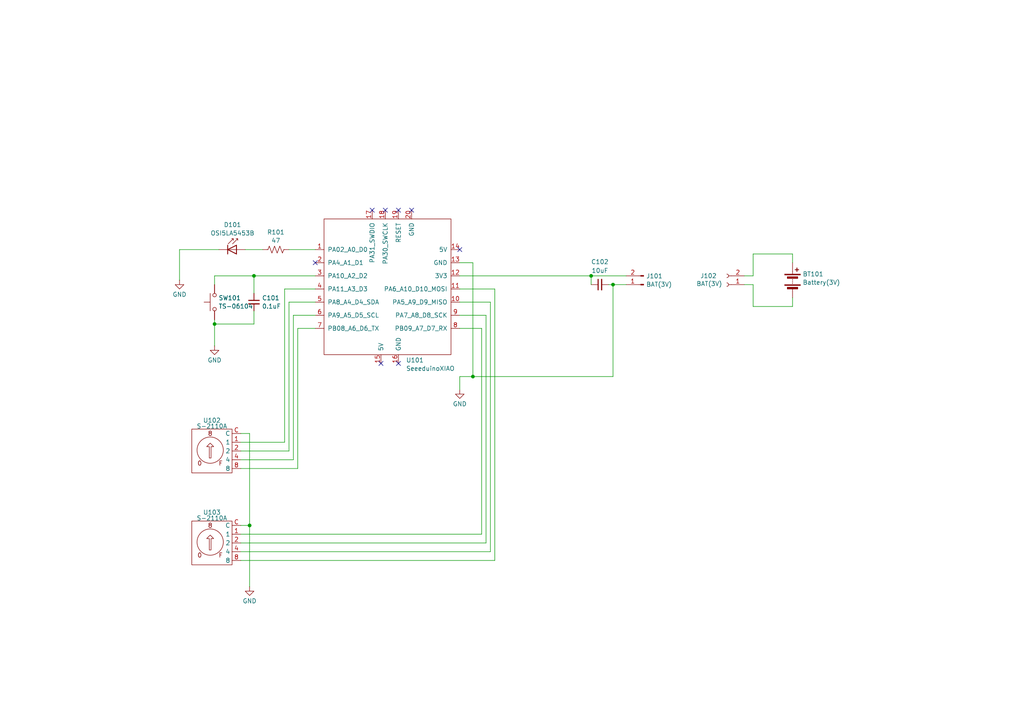
<source format=kicad_sch>
(kicad_sch (version 20231120) (generator "eeschema") (generator_version "8.0")
  (paper "A4")
  (title_block (title "IrBeacon Transmitter") (date "2024-11-14") (rev "1.10") (company "AMPSD") (comment 1 "R101を100から47Ωに変更"))
  (lib_symbols
    (symbol "Connector:Conn_01x02_Pin" (pin_names (offset 1.016) hide)
      (property "Reference" "J" (at 0 2.54 0))
      (property "Value" "Conn_01x02_Pin" (at 0 -5.08 0))
      (symbol "Conn_01x02_Pin_1_1"
        (polyline (pts (xy 1.27 -2.54) (xy 0.8636 -2.54)) (stroke (width 0.1524)))
        (polyline (pts (xy 1.27 0) (xy 0.8636 0)) (stroke (width 0.1524)))
        (rectangle (start 0.8636 -2.413) (end 0 -2.667) (stroke (width 0.1524)) (fill (type outline)))
        (rectangle (start 0.8636 0.127) (end 0 -0.127) (stroke (width 0.1524)) (fill (type outline)))
        (pin passive line (at 5.08 0 180) (length 3.81) (name "Pin_1") (number "1"))
        (pin passive line (at 5.08 -2.54 180) (length 3.81) (name "Pin_2") (number "2"))
      )
    )
    (symbol "Connector:Conn_01x02_Socket" (pin_names (offset 1.016) hide)
      (property "Reference" "J" (at 0 2.54 0))
      (property "Value" "Conn_01x02_Socket" (at 0 -5.08 0))
      (symbol "Conn_01x02_Socket_1_1"
        (arc (start 0 -2.032) (mid -0.5058 -2.54) (end 0 -3.048) (stroke (width 0.1524)))
        (polyline (pts (xy -1.27 -2.54) (xy -0.508 -2.54)) (stroke (width 0.1524)))
        (polyline (pts (xy -1.27 0) (xy -0.508 0)) (stroke (width 0.1524)))
        (arc (start 0 0.508) (mid -0.5058 0) (end 0 -0.508) (stroke (width 0.1524)))
        (pin passive line (at -5.08 0 0) (length 3.81) (name "Pin_1") (number "1"))
        (pin passive line (at -5.08 -2.54 0) (length 3.81) (name "Pin_2") (number "2"))
      )
    )
    (symbol "Device:Battery" (pin_numbers hide) (pin_names (offset 0) hide)
      (property "Reference" "BT" (at 2.54 2.54 0))
      (property "Value" "Battery" (at 2.54 0 0))
      (symbol "Battery_0_1"
        (rectangle (start -2.286 -1.27) (end 2.286 -1.524) (fill (type outline)))
        (rectangle (start -2.286 1.778) (end 2.286 1.524) (fill (type outline)))
        (rectangle (start -1.524 -2.032) (end 1.524 -2.54) (fill (type outline)))
        (rectangle (start -1.524 1.016) (end 1.524 0.508) (fill (type outline)))
        (polyline (pts (xy 0 -1.016) (xy 0 -0.762)))
        (polyline (pts (xy 0 -0.508) (xy 0 -0.254)))
        (polyline (pts (xy 0 0) (xy 0 0.254)))
        (polyline (pts (xy 0 1.778) (xy 0 2.54)))
        (polyline (pts (xy 0.762 3.048) (xy 1.778 3.048)) (stroke (width 0.254)))
        (polyline (pts (xy 1.27 3.556) (xy 1.27 2.54)) (stroke (width 0.254)))
      )
      (symbol "Battery_1_1"
        (pin passive line (at 0 5.08 270) (length 2.54) (name "+") (number "1"))
        (pin passive line (at 0 -5.08 90) (length 2.54) (name "-") (number "2"))
      )
    )
    (symbol "Device:C_Small" (pin_numbers hide) (pin_names (offset 0.254) hide)
      (property "Reference" "C" (at 0.254 1.778 0))
      (property "Value" "C_Small" (at 0.254 -2.032 0))
      (symbol "C_Small_0_1"
        (polyline (pts (xy -1.524 -0.508) (xy 1.524 -0.508)) (stroke (width 0.3302)))
        (polyline (pts (xy -1.524 0.508) (xy 1.524 0.508)) (stroke (width 0.3048)))
      )
      (symbol "C_Small_1_1"
        (pin passive line (at 0 2.54 270) (length 2.032) (name "~") (number "1"))
        (pin passive line (at 0 -2.54 90) (length 2.032) (name "~") (number "2"))
      )
    )
    (symbol "Device:R_US" (pin_numbers hide) (pin_names (offset 0))
      (property "Reference" "R" (at 2.54 0 90))
      (property "Value" "R_US" (at -2.54 0 90))
      (symbol "R_US_0_1"
        (polyline (pts (xy 0 -2.286) (xy 0 -2.54)))
        (polyline (pts (xy 0 2.286) (xy 0 2.54)))
        (polyline (pts (xy 0 -0.762) (xy 1.016 -1.143) (xy 0 -1.524) (xy -1.016 -1.905) (xy 0 -2.286)))
        (polyline (pts (xy 0 0.762) (xy 1.016 0.381) (xy 0 0) (xy -1.016 -0.381) (xy 0 -0.762)))
        (polyline (pts (xy 0 2.286) (xy 1.016 1.905) (xy 0 1.524) (xy -1.016 1.143) (xy 0 0.762)))
      )
      (symbol "R_US_1_1"
        (pin passive line (at 0 3.81 270) (length 1.27) (name "~") (number "1"))
        (pin passive line (at 0 -3.81 90) (length 1.27) (name "~") (number "2"))
      )
    )
    (symbol "LED:LD271" (pin_numbers hide) (pin_names (offset 1.016) hide)
      (property "Reference" "D" (at 0.508 1.778 0))
      (property "Value" "LD271" (at -1.016 -2.794 0))
      (symbol "LD271_0_1"
        (polyline (pts (xy -2.54 1.27) (xy -2.54 -1.27)) (stroke (width 0.254)))
        (polyline (pts (xy 0 0) (xy -2.54 0)))
        (polyline (pts (xy 0.381 3.175) (xy -0.127 3.175)))
        (polyline (pts (xy -1.143 1.651) (xy 0.381 3.175) (xy 0.381 2.667)))
        (polyline (pts (xy 0 -1.27) (xy -2.54 0) (xy 0 1.27) (xy 0 -1.27)) (stroke (width 0.254)))
        (polyline (pts (xy -2.413 1.651) (xy -0.889 3.175) (xy -0.889 2.667) (xy -0.889 3.175) (xy -1.397 3.175)))
      )
      (symbol "LD271_1_1"
        (pin passive line (at -5.08 0 0) (length 2.54) (name "K") (number "1"))
        (pin passive line (at 2.54 0 180) (length 2.54) (name "A") (number "2"))
      )
    )
    (symbol "Switch:SW_Push" (pin_numbers hide) (pin_names (offset 1.016) hide)
      (property "Reference" "SW" (at 1.27 2.54 0))
      (property "Value" "SW_Push" (at 0 -1.524 0))
      (symbol "SW_Push_0_1"
        (circle (center -2.032 0) (radius 0.508))
        (polyline (pts (xy 0 1.27) (xy 0 3.048)))
        (polyline (pts (xy 2.54 1.27) (xy -2.54 1.27)))
        (circle (center 2.032 0) (radius 0.508))
        (pin passive line (at -5.08 0 0) (length 2.54) (name "1") (number "1"))
        (pin passive line (at 5.08 0 180) (length 2.54) (name "2") (number "2"))
      )
    )
    (symbol "XIAO:SeeeduinoXIAO" (pin_names (offset 1.016))
      (property "Reference" "U" (at -19.05 22.86 0))
      (property "Value" "SeeeduinoXIAO" (at -12.7 21.59 0))
      (symbol "SeeeduinoXIAO_0_1"
        (rectangle (start -19.05 20.32) (end 17.78 -19.05))
      )
      (symbol "SeeeduinoXIAO_1_1"
        (pin unspecified line (at -21.59 11.43 0) (length 2.54) (name "PA02_A0_D0") (number "1"))
        (pin unspecified line (at 20.32 -3.81 180) (length 2.54) (name "PA5_A9_D9_MISO") (number "10"))
        (pin unspecified line (at 20.32 0 180) (length 2.54) (name "PA6_A10_D10_MOSI") (number "11"))
        (pin unspecified line (at 20.32 3.81 180) (length 2.54) (name "3V3") (number "12"))
        (pin unspecified line (at 20.32 7.62 180) (length 2.54) (name "GND") (number "13"))
        (pin unspecified line (at 20.32 11.43 180) (length 2.54) (name "5V") (number "14"))
        (pin input line (at -2.54 -21.59 90) (length 2.54) (name "5V") (number "15"))
        (pin input line (at 2.54 -21.59 90) (length 2.54) (name "GND") (number "16"))
        (pin input line (at -5.08 22.86 270) (length 2.54) (name "PA31_SWDIO") (number "17"))
        (pin input line (at -1.27 22.86 270) (length 2.54) (name "PA30_SWCLK") (number "18"))
        (pin input line (at 2.54 22.86 270) (length 2.54) (name "RESET") (number "19"))
        (pin unspecified line (at -21.59 7.62 0) (length 2.54) (name "PA4_A1_D1") (number "2"))
        (pin input line (at 6.35 22.86 270) (length 2.54) (name "GND") (number "20"))
        (pin unspecified line (at -21.59 3.81 0) (length 2.54) (name "PA10_A2_D2") (number "3"))
        (pin unspecified line (at -21.59 0 0) (length 2.54) (name "PA11_A3_D3") (number "4"))
        (pin unspecified line (at -21.59 -3.81 0) (length 2.54) (name "PA8_A4_D4_SDA") (number "5"))
        (pin unspecified line (at -21.59 -7.62 0) (length 2.54) (name "PA9_A5_D5_SCL") (number "6"))
        (pin unspecified line (at -21.59 -11.43 0) (length 2.54) (name "PB08_A6_D6_TX") (number "7"))
        (pin unspecified line (at 20.32 -11.43 180) (length 2.54) (name "PB09_A7_D7_RX") (number "8"))
        (pin unspecified line (at 20.32 -7.62 180) (length 2.54) (name "PA7_A8_D8_SCK") (number "9"))
      )
    )
    (symbol "holly:SW_CODED_0-F"
      (property "Reference" "U" (at 0 0 0))
      (symbol "SW_CODED_0-F_0_1"
        (rectangle (start -5.334 -1.27) (end 6.35 -13.97))
        (circle (center 0 -7.366) (radius 3.81))
      )
      (symbol "SW_CODED_0-F_1_1"
        (polyline (pts (xy 0 -5.334) (xy -1.016 -6.35) (xy -0.254 -6.35) (xy -0.254 -9.652) (xy 0.254 -9.652) (xy 0.254 -6.35) (xy 1.016 -6.35) (xy 0 -5.334)))
        (text "0" (at -3.048 -11.176 0) (effects (font (size 1.27 1.27))))
        (text "8" (at 0 -2.54 0) (effects (font (size 1.27 1.27))))
        (text "F" (at 3.048 -11.176 0) (effects (font (size 1.27 1.27))))
        (pin input line (at 8.89 -5.08 180) (length 2.54) (name "1") (number "1"))
        (pin input line (at 8.89 -7.62 180) (length 2.54) (name "2") (number "2"))
        (pin input line (at 8.89 -10.16 180) (length 2.54) (name "4") (number "4"))
        (pin input line (at 8.89 -12.7 180) (length 2.54) (name "8") (number "8"))
        (pin input line (at 8.89 -2.54 180) (length 2.54) (name "C") (number "C"))
      )
    )
    (symbol "power:GND" (power) (pin_numbers hide) (pin_names (offset 0) hide)
      (property "Value" "GND" (at 0 -3.81 0))
      (symbol "GND_0_1"
        (polyline (pts (xy 0 0) (xy 0 -1.27) (xy 1.27 -1.27) (xy 0 -2.54) (xy -1.27 -1.27) (xy 0 -1.27)))
      )
      (symbol "GND_1_1"
        (pin power_in line (at 0 0 270) (length 0) (name "~") (number "1"))
      )
    )
  )
  (junction (at 62.23 93.98))
  (junction (at 177.8 82.55))
  (junction (at 137.16 109.22))
  (junction (at 171.45 80.01))
  (junction (at 72.39 152.4))
  (junction (at 73.66 80.01))
  (no_connect (at 110.49 105.41))
  (no_connect (at 119.38 60.96))
  (no_connect (at 107.95 60.96))
  (no_connect (at 115.57 105.41))
  (no_connect (at 111.76 60.96))
  (no_connect (at 133.35 72.39))
  (no_connect (at 91.44 76.2))
  (no_connect (at 115.57 60.96))
  (wire (pts (xy 133.35 109.22) (xy 133.35 113.03)))
  (wire (pts (xy 83.82 87.63) (xy 83.82 130.81)))
  (wire (pts (xy 140.97 157.48) (xy 69.85 157.48)))
  (wire (pts (xy 91.44 83.82) (xy 82.55 83.82)))
  (wire (pts (xy 91.44 80.01) (xy 73.66 80.01)))
  (wire (pts (xy 52.07 72.39) (xy 52.07 81.28)))
  (wire (pts (xy 62.23 92.71) (xy 62.23 93.98)))
  (wire (pts (xy 139.7 154.94) (xy 69.85 154.94)))
  (wire (pts (xy 85.09 91.44) (xy 85.09 133.35)))
  (wire (pts (xy 73.66 90.17) (xy 73.66 93.98)))
  (wire (pts (xy 140.97 91.44) (xy 140.97 157.48)))
  (wire (pts (xy 137.16 109.22) (xy 133.35 109.22)))
  (wire (pts (xy 133.35 80.01) (xy 171.45 80.01)))
  (wire (pts (xy 171.45 80.01) (xy 171.45 82.55)))
  (wire (pts (xy 82.55 128.27) (xy 69.85 128.27)))
  (wire (pts (xy 82.55 83.82) (xy 82.55 128.27)))
  (wire (pts (xy 218.44 88.9) (xy 229.87 88.9)))
  (wire (pts (xy 137.16 76.2) (xy 137.16 109.22)))
  (wire (pts (xy 218.44 82.55) (xy 218.44 88.9)))
  (wire (pts (xy 143.51 83.82) (xy 143.51 162.56)))
  (wire (pts (xy 218.44 80.01) (xy 218.44 73.66)))
  (wire (pts (xy 83.82 130.81) (xy 69.85 130.81)))
  (wire (pts (xy 86.36 135.89) (xy 69.85 135.89)))
  (wire (pts (xy 86.36 95.25) (xy 86.36 135.89)))
  (wire (pts (xy 69.85 125.73) (xy 72.39 125.73)))
  (wire (pts (xy 85.09 133.35) (xy 69.85 133.35)))
  (wire (pts (xy 171.45 80.01) (xy 181.61 80.01)))
  (wire (pts (xy 137.16 109.22) (xy 177.8 109.22)))
  (wire (pts (xy 133.35 95.25) (xy 139.7 95.25)))
  (wire (pts (xy 91.44 87.63) (xy 83.82 87.63)))
  (wire (pts (xy 142.24 160.02) (xy 69.85 160.02)))
  (wire (pts (xy 133.35 87.63) (xy 142.24 87.63)))
  (wire (pts (xy 73.66 80.01) (xy 62.23 80.01)))
  (wire (pts (xy 229.87 73.66) (xy 229.87 76.2)))
  (wire (pts (xy 62.23 80.01) (xy 62.23 82.55)))
  (wire (pts (xy 133.35 76.2) (xy 137.16 76.2)))
  (wire (pts (xy 83.82 72.39) (xy 91.44 72.39)))
  (wire (pts (xy 177.8 109.22) (xy 177.8 82.55)))
  (wire (pts (xy 133.35 91.44) (xy 140.97 91.44)))
  (wire (pts (xy 133.35 83.82) (xy 143.51 83.82)))
  (wire (pts (xy 91.44 91.44) (xy 85.09 91.44)))
  (wire (pts (xy 218.44 73.66) (xy 229.87 73.66)))
  (wire (pts (xy 69.85 152.4) (xy 72.39 152.4)))
  (wire (pts (xy 215.9 82.55) (xy 218.44 82.55)))
  (wire (pts (xy 62.23 93.98) (xy 62.23 100.33)))
  (wire (pts (xy 72.39 152.4) (xy 72.39 170.18)))
  (wire (pts (xy 71.12 72.39) (xy 76.2 72.39)))
  (wire (pts (xy 142.24 87.63) (xy 142.24 160.02)))
  (wire (pts (xy 139.7 95.25) (xy 139.7 154.94)))
  (wire (pts (xy 215.9 80.01) (xy 218.44 80.01)))
  (wire (pts (xy 91.44 95.25) (xy 86.36 95.25)))
  (wire (pts (xy 63.5 72.39) (xy 52.07 72.39)))
  (wire (pts (xy 73.66 93.98) (xy 62.23 93.98)))
  (wire (pts (xy 73.66 80.01) (xy 73.66 85.09)))
  (wire (pts (xy 143.51 162.56) (xy 69.85 162.56)))
  (wire (pts (xy 176.53 82.55) (xy 177.8 82.55)))
  (wire (pts (xy 72.39 125.73) (xy 72.39 152.4)))
  (wire (pts (xy 177.8 82.55) (xy 181.61 82.55)))
  (wire (pts (xy 229.87 88.9) (xy 229.87 86.36)))
  (symbol (lib_id "Switch:SW_Push") (at 62.23 87.63 90) (unit 1)
    (property "Reference" "SW101" (at 63.373 86.4178 90) (effects (justify right)))
    (property "Value" "TS-06104" (at 63.373 88.8421 90) (effects (justify right)))
    (property "Footprint" "HOLLY2:TVDT18-050" (effects (hide yes)))
    (property "Datasheet" "https://akizukidenshi.com/goodsaffix/TS-06104.pdf" (effects (hide yes)))
    (property "Description" "Push button switch, generic, two pins" (effects (hide yes)))
  )
  (symbol (lib_id "Connector:Conn_01x02_Pin") (at 186.69 82.55 180) (unit 1)
    (property "Reference" "J101" (at 187.4012 80.0678 0) (effects (justify right)))
    (property "Value" "BAT(3V)" (at 187.4012 82.4921 0) (effects (justify right)))
    (property "Footprint" "Connector_JST:JST_XH_B2B-XH-A_1x02_P2.50mm_Vertical" (effects (hide yes)))
    (property "Description" "Generic connector, single row, 01x02, script generated" (effects (hide yes)))
  )
  (symbol (lib_id "Connector:Conn_01x02_Socket") (at 210.82 82.55 180) (unit 1) (on_board no)
    (property "Reference" "J102" (at 205.486 80.01 0))
    (property "Value" "BAT(3V)" (at 205.74 82.296 0))
    (property "Description" "Generic connector, single row, 01x02, script generated" (effects (hide yes)))
  )
  (symbol (lib_id "power:GND") (at 72.39 170.18 0) (unit 1)
    (property "Reference" "#PWR0104" (effects (hide yes)))
    (property "Value" "GND" (at 72.39 174.3131 0))
    (property "Description" "Power symbol creates a global label with name \"GND\" , ground" (effects (hide yes)))
  )
  (symbol (lib_id "power:GND") (at 52.07 81.28 0) (unit 1)
    (property "Reference" "#PWR0103" (effects (hide yes)))
    (property "Value" "GND" (at 52.07 85.4131 0))
    (property "Description" "Power symbol creates a global label with name \"GND\" , ground" (effects (hide yes)))
  )
  (symbol (lib_id "holly:SW_CODED_0-F") (at 60.96 123.19 0) (unit 1)
    (property "Reference" "U102" (at 61.468 121.9285 0))
    (property "Value" "S-2110A" (at 61.468 123.6099 0))
    (property "Footprint" "HOLLY2:S-2110A" (effects (hide yes)))
    (property "Datasheet" "https://akizukidenshi.com/goodsaffix/s1000a_2000a.pdf" (effects (hide yes)))
    (property "Description" "ROTARY CODED SWITCH" (effects (hide yes)))
  )
  (symbol (lib_id "Device:Battery") (at 229.87 81.28 0) (unit 1) (on_board no)
    (property "Reference" "BT101" (at 232.791 79.4963 0) (effects (justify left)))
    (property "Value" "Battery(3V)" (at 232.791 81.9206 0) (effects (justify left)))
    (property "Description" "Multiple-cell battery" (effects (hide yes)))
  )
  (symbol (lib_id "holly:SW_CODED_0-F") (at 60.96 149.86 0) (unit 1)
    (property "Reference" "U103" (at 61.468 148.5985 0))
    (property "Value" "S-2110A" (at 61.468 150.2799 0))
    (property "Footprint" "HOLLY2:S-2110A" (effects (hide yes)))
    (property "Datasheet" "https://akizukidenshi.com/goodsaffix/s1000a_2000a.pdf" (effects (hide yes)))
  )
  (symbol (lib_id "Device:C_Small") (at 73.66 87.63 0) (unit 1)
    (property "Reference" "C101" (at 75.9841 86.4241 0) (effects (justify left)))
    (property "Value" "0.1uF" (at 75.9841 88.8484 0) (effects (justify left)))
    (property "Footprint" "Capacitor_SMD:C_0603_1608Metric_Pad1.08x0.95mm_HandSolder" (effects (hide yes)))
    (property "Datasheet" "https://akizukidenshi.com/catalog/g/g113374/" (effects (hide yes)))
    (property "Description" "Unpolarized capacitor, small symbol" (effects (hide yes)))
  )
  (symbol (lib_id "Device:R_US") (at 80.01 72.39 90) (unit 1)
    (property "Reference" "R101" (at 80.01 67.3565 90))
    (property "Value" "47" (at 80.01 69.7808 90))
    (property "Footprint" "Resistor_SMD:R_0603_1608Metric_Pad0.98x0.95mm_HandSolder" (effects (hide yes)))
    (property "Description" "Resistor, US symbol" (effects (hide yes)))
  )
  (symbol (lib_id "power:GND") (at 133.35 113.03 0) (unit 1)
    (property "Reference" "#PWR0102" (effects (hide yes)))
    (property "Value" "GND" (at 133.35 117.1631 0))
    (property "Description" "Power symbol creates a global label with name \"GND\" , ground" (effects (hide yes)))
  )
  (symbol (lib_id "power:GND") (at 62.23 100.33 0) (unit 1)
    (property "Reference" "#PWR0101" (effects (hide yes)))
    (property "Value" "GND" (at 62.23 104.4631 0))
    (property "Description" "Power symbol creates a global label with name \"GND\" , ground" (effects (hide yes)))
  )
  (symbol (lib_id "LED:LD271") (at 68.58 72.39 0) (unit 1)
    (property "Reference" "D101" (at 67.437 65.1975 0))
    (property "Value" "OSI5LA5453B" (at 67.437 67.6218 0))
    (property "Footprint" "LED_THT:LED_D5.0mm_IRGrey" (effects (hide yes)))
    (property "Datasheet" "http://www.alliedelec.com/m/d/40788c34903a719969df15f1fbea1056.pdf" (effects (hide yes)))
    (property "Description" "940nm IR-LED, 5mm" (effects (hide yes)))
  )
  (symbol (lib_id "XIAO:SeeeduinoXIAO") (at 113.03 83.82 0) (unit 1)
    (property "Reference" "U101" (at 117.7641 104.4631 0) (effects (justify left)))
    (property "Value" "SeeeduinoXIAO" (at 117.7641 106.8874 0) (effects (justify left)))
    (property "Footprint" "XIAO:Seeeduino_XIAO-MOUDLE14P-2.54-21X17.8MM" (effects (hide yes)))
  )
  (symbol (lib_id "Device:C_Small") (at 173.99 82.55 90) (unit 1)
    (property "Reference" "C102" (at 173.99 75.946 90))
    (property "Value" "10uF" (at 173.99 78.486 90))
    (property "Footprint" "Capacitor_SMD:C_0805_2012Metric_Pad1.18x1.45mm_HandSolder" (effects (hide yes)))
    (property "Datasheet" "https://akizukidenshi.com/catalog/g/g113388/" (effects (hide yes)))
    (property "Description" "Unpolarized capacitor, small symbol" (effects (hide yes)))
  )
)
</source>
